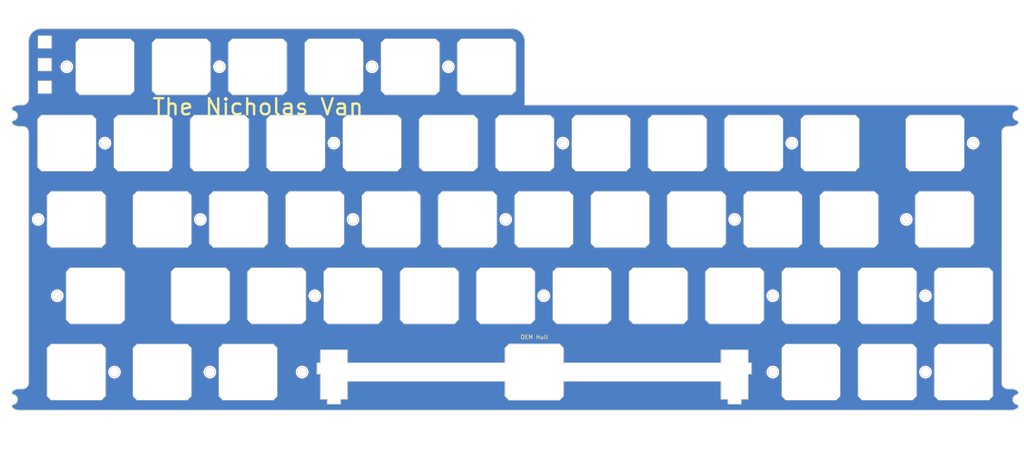
<source format=kicad_pcb>
(kicad_pcb (version 20221018) (generator pcbnew)
  (layers (0 "F.Cu" signal) (31 "B.Cu" signal) (34 "B.Paste" user) (35 "F.Paste" user) (36 "B.SilkS" user "B.Silkscreen") (37 "F.SilkS" user "F.Silkscreen") (38 "B.Mask" user) (39 "F.Mask" user) (44 "Edge.Cuts" user))
  (net 0 "")
  (net 1 "GND")
  (footprint "cipulot_parts:ecs_plate_cut_1U" (layer "F.Cu") (at 242.8875 115.8875)
    (fp_text reference "REF**")
    (fp_text value "Value " hide)
    (fp_line (start -7.3 -6) (end -7.3 6) (stroke (width 0.12)) (layer "Edge.Cuts"))
    (fp_line (start -7.3 6) (end -6.3 7) (stroke (width 0.12)) (layer "Edge.Cuts"))
    (fp_line (start -6.3 -7) (end -7.3 -6) (stroke (width 0.12)) (layer "Edge.Cuts"))
    (fp_line (start -6.3 7) (end 6.3 7) (stroke (width 0.12)) (layer "Edge.Cuts"))
    (fp_line (start 6.3 -7) (end -6.3 -7) (stroke (width 0.12)) (layer "Edge.Cuts"))
    (fp_line (start 6.3 -7) (end 7.3 -6) (stroke (width 0.12)) (layer "Edge.Cuts"))
    (fp_line (start 6.3 7) (end 7.3 6) (stroke (width 0.12)) (layer "Edge.Cuts"))
    (fp_line (start 7.3 6) (end 7.3 -6) (stroke (width 0.12)) (layer "Edge.Cuts"))
  )
  (footprint "cipulot_parts:ecs_plate_cut_1U" (layer "F.Cu") (at 45.24375 115.8875)
    (fp_text reference "REF**")
    (fp_text value "Value " hide)
    (fp_line (start -7.3 -6) (end -7.3 6) (stroke (width 0.12)) (layer "Edge.Cuts"))
    (fp_line (start -7.3 6) (end -6.3 7) (stroke (width 0.12)) (layer "Edge.Cuts"))
    (fp_line (start -6.3 -7) (end -7.3 -6) (stroke (width 0.12)) (layer "Edge.Cuts"))
    (fp_line (start -6.3 7) (end 6.3 7) (stroke (width 0.12)) (layer "Edge.Cuts"))
    (fp_line (start 6.3 -7) (end -6.3 -7) (stroke (width 0.12)) (layer "Edge.Cuts"))
    (fp_line (start 6.3 -7) (end 7.3 -6) (stroke (width 0.12)) (layer "Edge.Cuts"))
    (fp_line (start 6.3 7) (end 7.3 6) (stroke (width 0.12)) (layer "Edge.Cuts"))
    (fp_line (start 7.3 6) (end 7.3 -6) (stroke (width 0.12)) (layer "Edge.Cuts"))
  )
  (footprint "cipulot_parts:HOLE_M2" (layer "F.Cu") (at 161.925 77.7875)
    (fp_text reference "H7" hide)
    (fp_text value "MountingHole" hide)
    (pad "" np_thru_hole circle (at 0 0) (size 2.2 2.2) (drill 2.2) (layers "*.Cu" "*.Mask" "F.SilkS") (clearance 0.5))
  )
  (footprint "cipulot_parts:HOLE_M2" (layer "F.Cu") (at 73.81875 134.9375)
    (fp_text reference "H22" hide)
    (fp_text value "MountingHole" hide)
    (pad "" np_thru_hole circle (at 0 0) (size 2.2 2.2) (drill 2.2) (layers "*.Cu" "*.Mask" "F.SilkS") (clearance 0.5))
  )
  (footprint "cipulot_parts:ecs_plate_cut_1U" (layer "F.Cu") (at 190.5 77.7875)
    (fp_text reference "REF**")
    (fp_text value "Value " hide)
    (fp_line (start -7.3 -6) (end -7.3 6) (stroke (width 0.12)) (layer "Edge.Cuts"))
    (fp_line (start -7.3 6) (end -6.3 7) (stroke (width 0.12)) (layer "Edge.Cuts"))
    (fp_line (start -6.3 -7) (end -7.3 -6) (stroke (width 0.12)) (layer "Edge.Cuts"))
    (fp_line (start -6.3 7) (end 6.3 7) (stroke (width 0.12)) (layer "Edge.Cuts"))
    (fp_line (start 6.3 -7) (end -6.3 -7) (stroke (width 0.12)) (layer "Edge.Cuts"))
    (fp_line (start 6.3 -7) (end 7.3 -6) (stroke (width 0.12)) (layer "Edge.Cuts"))
    (fp_line (start 6.3 7) (end 7.3 6) (stroke (width 0.12)) (layer "Edge.Cuts"))
    (fp_line (start 7.3 6) (end 7.3 -6) (stroke (width 0.12)) (layer "Edge.Cuts"))
  )
  (footprint "cipulot_parts:ecs_plate_cut_1U" (layer "F.Cu") (at 261.9375 134.9375)
    (fp_text reference "REF**")
    (fp_text value "Value " hide)
    (fp_line (start -7.3 -6) (end -7.3 6) (stroke (width 0.12)) (layer "Edge.Cuts"))
    (fp_line (start -7.3 6) (end -6.3 7) (stroke (width 0.12)) (layer "Edge.Cuts"))
    (fp_line (start -6.3 -7) (end -7.3 -6) (stroke (width 0.12)) (layer "Edge.Cuts"))
    (fp_line (start -6.3 7) (end 6.3 7) (stroke (width 0.12)) (layer "Edge.Cuts"))
    (fp_line (start 6.3 -7) (end -6.3 -7) (stroke (width 0.12)) (layer "Edge.Cuts"))
    (fp_line (start 6.3 -7) (end 7.3 -6) (stroke (width 0.12)) (layer "Edge.Cuts"))
    (fp_line (start 6.3 7) (end 7.3 6) (stroke (width 0.12)) (layer "Edge.Cuts"))
    (fp_line (start 7.3 6) (end 7.3 -6) (stroke (width 0.12)) (layer "Edge.Cuts"))
  )
  (footprint "cipulot_parts:HOLE_M2" (layer "F.Cu") (at 252.4125 134.9375)
    (fp_text reference "H26" hide)
    (fp_text value "MountingHole" hide)
    (pad "" np_thru_hole circle (at 0 0) (size 2.2 2.2) (drill 2.2) (layers "*.Cu" "*.Mask" "F.SilkS") (clearance 0.5))
  )
  (footprint "cipulot_parts:HOLE_M2" (layer "F.Cu") (at 147.6375 96.8375)
    (fp_text reference "H13" hide)
    (fp_text value "MountingHole" hide)
    (pad "" np_thru_hole circle (at 0 0) (size 2.2 2.2) (drill 2.2) (layers "*.Cu" "*.Mask" "F.SilkS") (clearance 0.5))
  )
  (footprint "cipulot_parts:HOLE_M2" (layer "F.Cu") (at 219.075 77.7875)
    (fp_text reference "H8" hide)
    (fp_text value "MountingHole" hide)
    (pad "" np_thru_hole circle (at 0 0) (size 2.2 2.2) (drill 2.2) (layers "*.Cu" "*.Mask" "F.SilkS") (clearance 0.5))
  )
  (footprint "cipulot_parts:ecs_plate_cut_1U" (layer "F.Cu") (at 123.825 58.7375)
    (fp_text reference "REF**")
    (fp_text value "Value " hide)
    (fp_line (start -7.3 -6) (end -7.3 6) (stroke (width 0.12)) (layer "Edge.Cuts"))
    (fp_line (start -7.3 6) (end -6.3 7) (stroke (width 0.12)) (layer "Edge.Cuts"))
    (fp_line (start -6.3 -7) (end -7.3 -6) (stroke (width 0.12)) (layer "Edge.Cuts"))
    (fp_line (start -6.3 7) (end 6.3 7) (stroke (width 0.12)) (layer "Edge.Cuts"))
    (fp_line (start 6.3 -7) (end -6.3 -7) (stroke (width 0.12)) (layer "Edge.Cuts"))
    (fp_line (start 6.3 -7) (end 7.3 -6) (stroke (width 0.12)) (layer "Edge.Cuts"))
    (fp_line (start 6.3 7) (end 7.3 6) (stroke (width 0.12)) (layer "Edge.Cuts"))
    (fp_line (start 7.3 6) (end 7.3 -6) (stroke (width 0.12)) (layer "Edge.Cuts"))
  )
  (footprint "cipulot_parts:ecs_plate_cut_1U" (layer "F.Cu") (at 261.9375 115.8875)
    (fp_text reference "REF**")
    (fp_text value "Value " hide)
    (fp_line (start -7.3 -6) (end -7.3 6) (stroke (width 0.12)) (layer "Edge.Cuts"))
    (fp_line (start -7.3 6) (end -6.3 7) (stroke (width 0.12)) (layer "Edge.Cuts"))
    (fp_line (start -6.3 -7) (end -7.3 -6) (stroke (width 0.12)) (layer "Edge.Cuts"))
    (fp_line (start -6.3 7) (end 6.3 7) (stroke (width 0.12)) (layer "Edge.Cuts"))
    (fp_line (start 6.3 -7) (end -6.3 -7) (stroke (width 0.12)) (layer "Edge.Cuts"))
    (fp_line (start 6.3 -7) (end 7.3 -6) (stroke (width 0.12)) (layer "Edge.Cuts"))
    (fp_line (start 6.3 7) (end 7.3 6) (stroke (width 0.12)) (layer "Edge.Cuts"))
    (fp_line (start 7.3 6) (end 7.3 -6) (stroke (width 0.12)) (layer "Edge.Cuts"))
  )
  (footprint "cipulot_parts:ecs_plate_cut_1U" (layer "F.Cu") (at 85.725 58.7375)
    (fp_text reference "REF**")
    (fp_text value "Value " hide)
    (fp_line (start -7.3 -6) (end -7.3 6) (stroke (width 0.12)) (layer "Edge.Cuts"))
    (fp_line (start -7.3 6) (end -6.3 7) (stroke (width 0.12)) (layer "Edge.Cuts"))
    (fp_line (start -6.3 -7) (end -7.3 -6) (stroke (width 0.12)) (layer "Edge.Cuts"))
    (fp_line (start -6.3 7) (end 6.3 7) (stroke (width 0.12)) (layer "Edge.Cuts"))
    (fp_line (start 6.3 -7) (end -6.3 -7) (stroke (width 0.12)) (layer "Edge.Cuts"))
    (fp_line (start 6.3 -7) (end 7.3 -6) (stroke (width 0.12)) (layer "Edge.Cuts"))
    (fp_line (start 6.3 7) (end 7.3 6) (stroke (width 0.12)) (layer "Edge.Cuts"))
    (fp_line (start 7.3 6) (end 7.3 -6) (stroke (width 0.12)) (layer "Edge.Cuts"))
  )
  (footprint "cipulot_parts:ecs_plate_cut_1U" (layer "F.Cu") (at 223.8375 115.8875)
    (fp_text reference "REF**")
    (fp_text value "Value " hide)
    (fp_line (start -7.3 -6) (end -7.3 6) (stroke (width 0.12)) (layer "Edge.Cuts"))
    (fp_line (start -7.3 6) (end -6.3 7) (stroke (width 0.12)) (layer "Edge.Cuts"))
    (fp_line (start -6.3 -7) (end -7.3 -6) (stroke (width 0.12)) (layer "Edge.Cuts"))
    (fp_line (start -6.3 7) (end 6.3 7) (stroke (width 0.12)) (layer "Edge.Cuts"))
    (fp_line (start 6.3 -7) (end -6.3 -7) (stroke (width 0.12)) (layer "Edge.Cuts"))
    (fp_line (start 6.3 -7) (end 7.3 -6) (stroke (width 0.12)) (layer "Edge.Cuts"))
    (fp_line (start 6.3 7) (end 7.3 6) (stroke (width 0.12)) (layer "Edge.Cuts"))
    (fp_line (start 7.3 6) (end 7.3 -6) (stroke (width 0.12)) (layer "Edge.Cuts"))
  )
  (footprint "cipulot_parts:HOLE_M2" (layer "F.Cu") (at 214.3125 115.8875)
    (fp_text reference "H19" hide)
    (fp_text value "MountingHole" hide)
    (pad "" np_thru_hole circle (at 0 0) (size 2.2 2.2) (drill 2.2) (layers "*.Cu" "*.Mask" "F.SilkS") (clearance 0.5))
  )
  (footprint "cipulot_parts:HOLE_M2" (layer "F.Cu") (at 114.3 58.7375)
    (fp_text reference "H3" hide)
    (fp_text value "MountingHole" hide)
    (pad "" np_thru_hole circle (at 0 0) (size 2.2 2.2) (drill 2.2) (layers "*.Cu" "*.Mask" "F.SilkS") (clearance 0.5))
  )
  (footprint "cipulot_parts:HOLE_M2" (layer "F.Cu") (at 157.1625 115.8875)
    (fp_text reference "H18" hide)
    (fp_text value "MountingHole" hide)
    (pad "" np_thru_hole circle (at 0 0) (size 2.2 2.2) (drill 2.2) (layers "*.Cu" "*.Mask" "F.SilkS") (clearance 0.5))
  )
  (footprint "cipulot_parts:HOLE_M2" (layer "F.Cu") (at 35.71875 115.8875)
    (fp_text reference "H16" hide)
    (fp_text value "MountingHole" hide)
    (pad "" np_thru_hole circle (at 0 0) (size 2.2 2.2) (drill 2.2) (layers "*.Cu" "*.Mask" "F.SilkS") (clearance 0.5))
  )
  (footprint "cipulot_parts:HOLE_M2" (layer "F.Cu") (at 214.3125 134.9375)
    (fp_text reference "H25" hide)
    (fp_text value "MountingHole" hide)
    (pad "" np_thru_hole circle (at 0 0) (size 2.2 2.2) (drill 2.2) (layers "*.Cu" "*.Mask" "F.SilkS") (clearance 0.5))
  )
  (footprint "cipulot_parts:HOLE_M2" (layer "F.Cu") (at 38.1 58.7375)
    (fp_text reference "H1" hide)
    (fp_text value "MountingHole" hide)
    (pad "" np_thru_hole circle (at 0 0) (size 2.2 2.2) (drill 2.2) (layers "*.Cu" "*.Mask" "F.SilkS") (clearance 0.5))
  )
  (footprint "cipulot_parts:ecs_plate_cut_1U" (layer "F.Cu") (at 233.3625 96.8375)
    (fp_text reference "REF**")
    (fp_text value "Value " hide)
    (fp_line (start -7.3 -6) (end -7.3 6) (stroke (width 0.12)) (layer "Edge.Cuts"))
    (fp_line (start -7.3 6) (end -6.3 7) (stroke (width 0.12)) (layer "Edge.Cuts"))
    (fp_line (start -6.3 -7) (end -7.3 -6) (stroke (width 0.12)) (layer "Edge.Cuts"))
    (fp_line (start -6.3 7) (end 6.3 7) (stroke (width 0.12)) (layer "Edge.Cuts"))
    (fp_line (start 6.3 -7) (end -6.3 -7) (stroke (width 0.12)) (layer "Edge.Cuts"))
    (fp_line (start 6.3 -7) (end 7.3 -6) (stroke (width 0.12)) (layer "Edge.Cuts"))
    (fp_line (start 6.3 7) (end 7.3 6) (stroke (width 0.12)) (layer "Edge.Cuts"))
    (fp_line (start 7.3 6) (end 7.3 -6) (stroke (width 0.12)) (layer "Edge.Cuts"))
  )
  (footprint "cipulot_parts:ecs_plate_cut_1U" (layer "F.Cu") (at 61.9125 96.8375)
    (fp_text reference "REF**")
    (fp_text value "Value " hide)
    (fp_line (start -7.3 -6) (end -7.3 6) (stroke (width 0.12)) (layer "Edge.Cuts"))
    (fp_line (start -7.3 6) (end -6.3 7) (stroke (width 0.12)) (layer "Edge.Cuts"))
    (fp_line (start -6.3 -7) (end -7.3 -6) (stroke (width 0.12)) (layer "Edge.Cuts"))
    (fp_line (start -6.3 7) (end 6.3 7) (stroke (width 0.12)) (layer "Edge.Cuts"))
    (fp_line (start 6.3 -7) (end -6.3 -7) (stroke (width 0.12)) (layer "Edge.Cuts"))
    (fp_line (start 6.3 -7) (end 7.3 -6) (stroke (width 0.12)) (layer "Edge.Cuts"))
    (fp_line (start 6.3 7) (end 7.3 6) (stroke (width 0.12)) (layer "Edge.Cuts"))
    (fp_line (start 7.3 6) (end 7.3 -6) (stroke (width 0.12)) (layer "Edge.Cuts"))
  )
  (footprint "cipulot_parts:HOLE_M2" (layer "F.Cu") (at 252.4125 115.8875)
    (fp_text reference "H20" hide)
    (fp_text value "MountingHole" hide)
    (pad "" np_thru_hole circle (at 0 0) (size 2.2 2.2) (drill 2.2) (layers "*.Cu" "*.Mask" "F.SilkS") (clearance 0.5))
  )
  (footprint "cipulot_parts:HOLE_M2" (layer "F.Cu") (at 100.0125 115.8875)
    (fp_text reference "H17" hide)
    (fp_text value "MountingHole" hide)
    (pad "" np_thru_hole circle (at 0 0) (size 2.2 2.2) (drill 2.2) (layers "*.Cu" "*.Mask" "F.SilkS") (clearance 0.5))
  )
  (footprint "cipulot_parts:HOLE_M2" (layer "F.Cu") (at 264.31875 77.7875)
    (fp_text reference "H9" hide)
    (fp_text value "MountingHole" hide)
    (pad "" np_thru_hole circle (at 0 0) (size 2.2 2.2) (drill 2.2) (layers "*.Cu" "*.Mask" "F.SilkS") (clearance 0.5))
  )
  (footprint "cipulot_parts:ecs_plate_cut_1U" (layer "F.Cu") (at 242.8875 134.9375)
    (fp_text reference "REF**")
    (fp_text value "Value " hide)
    (fp_line (start -7.3 -6) (end -7.3 6) (stroke (width 0.12)) (layer "Edge.Cuts"))
    (fp_line (start -7.3 6) (end -6.3 7) (stroke (width 0.12)) (layer "Edge.Cuts"))
    (fp_line (start -6.3 -7) (end -7.3 -6) (stroke (width 0.12)) (layer "Edge.Cuts"))
    (fp_line (start -6.3 7) (end 6.3 7) (stroke (width 0.12)) (layer "Edge.Cuts"))
    (fp_line (start 6.3 -7) (end -6.3 -7) (stroke (width 0.12)) (layer "Edge.Cuts"))
    (fp_line (start 6.3 -7) (end 7.3 -6) (stroke (width 0.12)) (layer "Edge.Cuts"))
    (fp_line (start 6.3 7) (end 7.3 6) (stroke (width 0.12)) (layer "Edge.Cuts"))
    (fp_line (start 7.3 6) (end 7.3 -6) (stroke (width 0.12)) (layer "Edge.Cuts"))
  )
  (footprint "cipulot_parts:HOLE_M2" (layer "F.Cu") (at 71.4375 96.8375)
    (fp_text reference "H11" hide)
    (fp_text value "MountingHole" hide)
    (pad "" np_thru_hole circle (at 0 0) (size 2.2 2.2) (drill 2.2) (layers "*.Cu" "*.Mask" "F.SilkS") (clearance 0.5))
  )
  (footprint "cipulot_parts:ecs_plate_cut_1U" (layer "F.Cu") (at 95.25 77.7875)
    (fp_text reference "REF**")
    (fp_text value "Value " hide)
    (fp_line (start -7.3 -6) (end -7.3 6) (stroke (width 0.12)) (layer "Edge.Cuts"))
    (fp_line (start -7.3 6) (end -6.3 7) (stroke (width 0.12)) (layer "Edge.Cuts"))
    (fp_line (start -6.3 -7) (end -7.3 -6) (stroke (width 0.12)) (layer "Edge.Cuts"))
    (fp_line (start -6.3 7) (end 6.3 7) (stroke (width 0.12)) (layer "Edge.Cuts"))
    (fp_line (start 6.3 -7) (end -6.3 -7) (stroke (width 0.12)) (layer "Edge.Cuts"))
    (fp_line (start 6.3 -7) (end 7.3 -6) (stroke (width 0.12)) (layer "Edge.Cuts"))
    (fp_line (start 6.3 7) (end 7.3 6) (stroke (width 0.12)) (layer "Edge.Cuts"))
    (fp_line (start 7.3 6) (end 7.3 -6) (stroke (width 0.12)) (layer "Edge.Cuts"))
  )
  (footprint "cipulot_parts:HOLE_M2" (layer "F.Cu") (at 76.2 58.7375)
    (fp_text reference "H2" hide)
    (fp_text value "MountingHole" hide)
    (pad "" np_thru_hole circle (at 0 0) (size 2.2 2.2) (drill 2.2) (layers "*.Cu" "*.Mask" "F.SilkS") (clearance 0.5))
  )
  (footprint "cipulot_parts:ecs_plate_cut_1U" (layer "F.Cu") (at 157.1625 96.8375)
    (fp_text reference "REF**")
    (fp_text value "Value " hide)
    (fp_line (start -7.3 -6) (end -7.3 6) (stroke (width 0.12)) (layer "Edge.Cuts"))
    (fp_line (start -7.3 6) (end -6.3 7) (stroke (width 0.12)) (layer "Edge.Cuts"))
    (fp_line (start -6.3 -7) (end -7.3 -6) (stroke (width 0.12)) (layer "Edge.Cuts"))
    (fp_line (start -6.3 7) (end 6.3 7) (stroke (width 0.12)) (layer "Edge.Cuts"))
    (fp_line (start 6.3 -7) (end -6.3 -7) (stroke (width 0.12)) (layer "Edge.Cuts"))
    (fp_line (start 6.3 -7) (end 7.3 -6) (stroke (width 0.12)) (layer "Edge.Cuts"))
    (fp_line (start 6.3 7) (end 7.3 6) (stroke (width 0.12)) (layer "Edge.Cuts"))
    (fp_line (start 7.3 6) (end 7.3 -6) (stroke (width 0.12)) (layer "Edge.Cuts"))
  )
  (footprint "cipulot_parts:ecs_plate_cut_1U" (layer "F.Cu") (at 109.5375 115.8875)
    (fp_text reference "REF**")
    (fp_text value "Value " hide)
    (fp_line (start -7.3 -6) (end -7.3 6) (stroke (width 0.12)) (layer "Edge.Cuts"))
    (fp_line (start -7.3 6) (end -6.3 7) (stroke (width 0.12)) (layer "Edge.Cuts"))
    (fp_line (start -6.3 -7) (end -7.3 -6) (stroke (width 0.12)) (layer "Edge.Cuts"))
    (fp_line (start -6.3 7) (end 6.3 7) (stroke (width 0.12)) (layer "Edge.Cuts"))
    (fp_line (start 6.3 -7) (end -6.3 -7) (stroke (width 0.12)) (layer "Edge.Cuts"))
    (fp_line (start 6.3 -7) (end 7.3 -6) (stroke (width 0.12)) (layer "Edge.Cuts"))
    (fp_line (start 6.3 7) (end 7.3 6) (stroke (width 0.12)) (layer "Edge.Cuts"))
    (fp_line (start 7.3 6) (end 7.3 -6) (stroke (width 0.12)) (layer "Edge.Cuts"))
  )
  (footprint "cipulot_parts:ecs_plate_cut_1U" (layer "F.Cu") (at 176.2125 96.8375)
    (fp_text reference "REF**")
    (fp_text value "Value " hide)
    (fp_line (start -7.3 -6) (end -7.3 6) (stroke (width 0.12)) (layer "Edge.Cuts"))
    (fp_line (start -7.3 6) (end -6.3 7) (stroke (width 0.12)) (layer "Edge.Cuts"))
    (fp_line (start -6.3 -7) (end -7.3 -6) (stroke (width 0.12)) (layer "Edge.Cuts"))
    (fp_line (start -6.3 7) (end 6.3 7) (stroke (width 0.12)) (layer "Edge.Cuts"))
    (fp_line (start 6.3 -7) (end -6.3 -7) (stroke (width 0.12)) (layer "Edge.Cuts"))
    (fp_line (start 6.3 -7) (end 7.3 -6) (stroke (width 0.12)) (layer "Edge.Cuts"))
    (fp_line (start 6.3 7) (end 7.3 6) (stroke (width 0.12)) (layer "Edge.Cuts"))
    (fp_line (start 7.3 6) (end 7.3 -6) (stroke (width 0.12)) (layer "Edge.Cuts"))
  )
  (footprint "cipulot_parts:ecs_plate_cut_1U" (layer "F.Cu") (at 76.2 77.7875)
    (fp_text reference "REF**")
    (fp_text value "Value " hide)
    (fp_line (start -7.3 -6) (end -7.3 6) (stroke (width 0.12)) (layer "Edge.Cuts"))
    (fp_line (start -7.3 6) (end -6.3 7) (stroke (width 0.12)) (layer "Edge.Cuts"))
    (fp_line (start -6.3 -7) (end -7.3 -6) (stroke (width 0.12)) (layer "Edge.Cuts"))
    (fp_line (start -6.3 7) (end 6.3 7) (stroke (width 0.12)) (layer "Edge.Cuts"))
    (fp_line (start 6.3 -7) (end -6.3 -7) (stroke (width 0.12)) (layer "Edge.Cuts"))
    (fp_line (start 6.3 -7) (end 7.3 -6) (stroke (width 0.12)) (layer "Edge.Cuts"))
    (fp_line (start 6.3 7) (end 7.3 6) (stroke (width 0.12)) (layer "Edge.Cuts"))
    (fp_line (start 7.3 6) (end 7.3 -6) (stroke (width 0.12)) (layer "Edge.Cuts"))
  )
  (footprint "cipulot_parts:ecs_plate_cut_1U" (layer "F.Cu") (at 66.675 58.7375)
    (fp_text reference "REF**")
    (fp_text value "Value " hide)
    (fp_line (start -7.3 -6) (end -7.3 6) (stroke (width 0.12)) (layer "Edge.Cuts"))
    (fp_line (start -7.3 6) (end -6.3 7) (stroke (width 0.12)) (layer "Edge.Cuts"))
    (fp_line (start -6.3 -7) (end -7.3 -6) (stroke (width 0.12)) (layer "Edge.Cuts"))
    (fp_line (start -6.3 7) (end 6.3 7) (stroke (width 0.12)) (layer "Edge.Cuts"))
    (fp_line (start 6.3 -7) (end -6.3 -7) (stroke (width 0.12)) (layer "Edge.Cuts"))
    (fp_line (start 6.3 -7) (end 7.3 -6) (stroke (width 0.12)) (layer "Edge.Cuts"))
    (fp_line (start 6.3 7) (end 7.3 6) (stroke (width 0.12)) (layer "Edge.Cuts"))
    (fp_line (start 7.3 6) (end 7.3 -6) (stroke (width 0.12)) (layer "Edge.Cuts"))
  )
  (footprint "cipulot_parts:ecs_plate_cut_1U" (layer "F.Cu") (at 128.5875 115.8875)
    (fp_text reference "REF**")
    (fp_text value "Value " hide)
    (fp_line (start -7.3 -6) (end -7.3 6) (stroke (width 0.12)) (layer "Edge.Cuts"))
    (fp_line (start -7.3 6) (end -6.3 7) (stroke (width 0.12)) (layer "Edge.Cuts"))
    (fp_line (start -6.3 -7) (end -7.3 -6) (stroke (width 0.12)) (layer "Edge.Cuts"))
    (fp_line (start -6.3 7) (end 6.3 7) (stroke (width 0.12)) (layer "Edge.Cuts"))
    (fp_line (start 6.3 -7) (end -6.3 -7) (stroke (width 0.12)) (layer "Edge.Cuts"))
    (fp_line (start 6.3 -7) (end 7.3 -6) (stroke (width 0.12)) (layer "Edge.Cuts"))
    (fp_line (start 6.3 7) (end 7.3 6) (stroke (width 0.12)) (layer "Edge.Cuts"))
    (fp_line (start 7.3 6) (end 7.3 -6) (stroke (width 0.12)) (layer "Edge.Cuts"))
  )
  (footprint "cipulot_parts:ecs_plate_cut_1U" (layer "F.Cu") (at 40.48125 134.9375)
    (fp_text reference "REF**")
    (fp_text value "Value " hide)
    (fp_line (start -7.3 -6) (end -7.3 6) (stroke (width 0.12)) (layer "Edge.Cuts"))
    (fp_line (start -7.3 6) (end -6.3 7) (stroke (width 0.12)) (layer "Edge.Cuts"))
    (fp_line (start -6.3 -7) (end -7.3 -6) (stroke (width 0.12)) (layer "Edge.Cuts"))
    (fp_line (start -6.3 7) (end 6.3 7) (stroke (width 0.12)) (layer "Edge.Cuts"))
    (fp_line (start 6.3 -7) (end -6.3 -7) (stroke (width 0.12)) (layer "Edge.Cuts"))
    (fp_line (start 6.3 -7) (end 7.3 -6) (stroke (width 0.12)) (layer "Edge.Cuts"))
    (fp_line (start 6.3 7) (end 7.3 6) (stroke (width 0.12)) (layer "Edge.Cuts"))
    (fp_line (start 7.3 6) (end 7.3 -6) (stroke (width 0.12)) (layer "Edge.Cuts"))
  )
  (footprint "cipulot_parts:HOLE_M2" (layer "F.Cu") (at 30.95625 96.8375)
    (fp_text reference "H10" hide)
    (fp_text value "MountingHole" hide)
    (pad "" np_thru_hole circle (at 0 0) (size 2.2 2.2) (drill 2.2) (layers "*.Cu" "*.Mask" "F.SilkS") (clearance 0.5))
  )
  (footprint "cipulot_parts:ecs_plate_cut_1U" (layer "F.Cu") (at 57.15 77.7875)
    (fp_text reference "REF**")
    (fp_text value "Value " hide)
    (fp_line (start -7.3 -6) (end -7.3 6) (stroke (width 0.12)) (layer "Edge.Cuts"))
    (fp_line (start -7.3 6) (end -6.3 7) (stroke (width 0.12)) (layer "Edge.Cuts"))
    (fp_line (start -6.3 -7) (end -7.3 -6) (stroke (width 0.12)) (layer "Edge.Cuts"))
    (fp_line (start -6.3 7) (end 6.3 7) (stroke (width 0.12)) (layer "Edge.Cuts"))
    (fp_line (start 6.3 -7) (end -6.3 -7) (stroke (width 0.12)) (layer "Edge.Cuts"))
    (fp_line (start 6.3 -7) (end 7.3 -6) (stroke (width 0.12)) (layer "Edge.Cuts"))
    (fp_line (start 6.3 7) (end 7.3 6) (stroke (width 0.12)) (layer "Edge.Cuts"))
    (fp_line (start 7.3 6) (end 7.3 -6) (stroke (width 0.12)) (layer "Edge.Cuts"))
  )
  (footprint "cipulot_parts:ecs_plate_cut_1U" (layer "F.Cu") (at 47.625 58.7375)
    (fp_text reference "REF**")
    (fp_text value "Value " hide)
    (fp_line (start -7.3 -6) (end -7.3 6) (stroke (width 0.12)) (layer "Edge.Cuts"))
    (fp_line (start -7.3 6) (end -6.3 7) (stroke (width 0.12)) (layer "Edge.Cuts"))
    (fp_line (start -6.3 -7) (end -7.3 -6) (stroke (width 0.12)) (layer "Edge.Cuts"))
    (fp_line (start -6.3 7) (end 6.3 7) (stroke (width 0.12)) (layer "Edge.Cuts"))
    (fp_line (start 6.3 -7) (end -6.3 -7) (stroke (width 0.12)) (layer "Edge.Cuts"))
    (fp_line (start 6.3 -7) (end 7.3 -6) (stroke (width 0.12)) (layer "Edge.Cuts"))
    (fp_line (start 6.3 7) (end 7.3 6) (stroke (width 0.12)) (layer "Edge.Cuts"))
    (fp_line (start 7.3 6) (end 7.3 -6) (stroke (width 0.12)) (layer "Edge.Cuts"))
  )
  (footprint "cipulot_parts:ecs_plate_cut_1U" (layer "F.Cu") (at 40.48125 96.8375)
    (fp_text reference "REF**")
    (fp_text value "Value " hide)
    (fp_line (start -7.3 -6) (end -7.3 6) (stroke (width 0.12)) (layer "Edge.Cuts"))
    (fp_line (start -7.3 6) (end -6.3 7) (stroke (width 0.12)) (layer "Edge.Cuts"))
    (fp_line (start -6.3 -7) (end -7.3 -6) (stroke (width 0.12)) (layer "Edge.Cuts"))
    (fp_line (start -6.3 7) (end 6.3 7) (stroke (width 0.12)) (layer "Edge.Cuts"))
    (fp_line (start 6.3 -7) (end -6.3 -7) (stroke (width 0.12)) (layer "Edge.Cuts"))
    (fp_line (start 6.3 -7) (end 7.3 -6) (stroke (width 0.12)) (layer "Edge.Cuts"))
    (fp_line (start 6.3 7) (end 7.3 6) (stroke (width 0.12)) (layer "Edge.Cuts"))
    (fp_line (start 7.3 6) (end 7.3 -6) (stroke (width 0.12)) (layer "Edge.Cuts"))
  )
  (footprint "cipulot_parts:ecs_plate_cut_1U" (layer "F.Cu") (at 171.45 77.7875)
    (fp_text reference "REF**")
    (fp_text value "Value " hide)
    (fp_line (start -7.3 -6) (end -7.3 6) (stroke (width 0.12)) (layer "Edge.Cuts"))
    (fp_line (start -7.3 6) (end -6.3 7) (stroke (width 0.12)) (layer "Edge.Cuts"))
    (fp_line (start -6.3 -7) (end -7.3 -6) (stroke (width 0.12)) (layer "Edge.Cuts"))
    (fp_line (start -6.3 7) (end 6.3 7) (stroke (width 0.12)) (layer "Edge.Cuts"))
    (fp_line (start 6.3 -7) (end -6.3 -7) (stroke (width 0.12)) (layer "Edge.Cuts"))
    (fp_line (start 6.3 -7) (end 7.3 -6) (stroke (width 0.12)) (layer "Edge.Cuts"))
    (fp_line (start 6.3 7) (end 7.3 6) (stroke (width 0.12)) (layer "Edge.Cuts"))
    (fp_line (start 7.3 6) (end 7.3 -6) (stroke (width 0.12)) (layer "Edge.Cuts"))
  )
  (footprint "cipulot_parts:ecs_plate_cut_1U" (layer "F.Cu") (at 100.0125 96.8375)
    (fp_text reference "REF**")
    (fp_text value "Value " hide)
    (fp_line (start -7.3 -6) (end -7.3 6) (stroke (width 0.12)) (layer "Edge.Cuts"))
    (fp_line (start -7.3 6) (end -6.3 7) (stroke (width 0.12)) (layer "Edge.Cuts"))
    (fp_line (start -6.3 -7) (end -7.3 -6) (stroke (width 0.12)) (layer "Edge.Cuts"))
    (fp_line (start -6.3 7) (end 6.3 7) (stroke (width 0.12)) (layer "Edge.Cuts"))
    (fp_line (start 6.3 -7) (end -6.3 -7) (stroke (width 0.12)) (layer "Edge.Cuts"))
    (fp_line (start 6.3 -7) (end 7.3 -6) (stroke (width 0.12)) (layer "Edge.Cuts"))
    (fp_line (start 6.3 7) (end 7.3 6) (stroke (width 0.12)) (layer "Edge.Cuts"))
    (fp_line (start 7.3 6) (end 7.3 -6) (stroke (width 0.12)) (layer "Edge.Cuts"))
  )
  (footprint "cipulot_parts:HOLE_M2" (layer "F.Cu") (at 204.7875 96.8375)
    (fp_text reference "H14" hide)
    (fp_text value "MountingHole" hide)
    (pad "" np_thru_hole circle (at 0 0) (size 2.2 2.2) (drill 2.2) (layers "*.Cu" "*.Mask" "F.SilkS") (clearance 0.5))
  )
  (footprint "cipulot_parts:ecs_plate_cut_1U" (layer "F.Cu") (at 114.3 77.7875)
    (fp_text reference "REF**")
    (fp_text value "Value " hide)
    (fp_line (start -7.3 -6) (end -7.3 6) (stroke (width 0.12)) (layer "Edge.Cuts"))
    (fp_line (start -7.3 6) (end -6.3 7) (stroke (width 0.12)) (layer "Edge.Cuts"))
    (fp_line (start -6.3 -7) (end -7.3 -6) (stroke (width 0.12)) (layer "Edge.Cuts"))
    (fp_line (start -6.3 7) (end 6.3 7) (stroke (width 0.12)) (layer "Edge.Cuts"))
    (fp_line (start 6.3 -7) (end -6.3 -7) (stroke (width 0.12)) (layer "Edge.Cuts"))
    (fp_line (start 6.3 -7) (end 7.3 -6) (stroke (width 0.12)) (layer "Edge.Cuts"))
    (fp_line (start 6.3 7) (end 7.3 6) (stroke (width 0.12)) (layer "Edge.Cuts"))
    (fp_line (start 7.3 6) (end 7.3 -6) (stroke (width 0.12)) (layer "Edge.Cuts"))
  )
  (footprint "cipulot_parts:ecs_plate_cut_1U" (layer "F.Cu") (at 204.7875 115.8875)
    (fp_text reference "REF**")
    (fp_text value "Value " hide)
    (fp_line (start -7.3 -6) (end -7.3 6) (stroke (width 0.12)) (layer "Edge.Cuts"))
    (fp_line (start -7.3 6) (end -6.3 7) (stroke (width 0.12)) (layer "Edge.Cuts"))
    (fp_line (start -6.3 -7) (end -7.3 -6) (stroke (width 0.12)) (layer "Edge.Cuts"))
    (fp_line (start -6.3 7) (end 6.3 7) (stroke (width 0.12)) (layer "Edge.Cuts"))
    (fp_line (start 6.3 -7) (end -6.3 -7) (stroke (width 0.12)) (layer "Edge.Cuts"))
    (fp_line (start 6.3 -7) (end 7.3 -6) (stroke (width 0.12)) (layer "Edge.Cuts"))
    (fp_line (start 6.3 7) (end 7.3 6) (stroke (width 0.12)) (layer "Edge.Cuts"))
    (fp_line (start 7.3 6) (end 7.3 -6) (stroke (width 0.12)) (layer "Edge.Cuts"))
  )
  (footprint "cipulot_parts:ecs_plate_cut_1U" (layer "F.Cu") (at 80.9625 96.8375)
    (fp_text reference "REF**")
    (fp_text value "Value " hide)
    (fp_line (start -7.3 -6) (end -7.3 6) (stroke (width 0.12)) (layer "Edge.Cuts"))
    (fp_line (start -7.3 6) (end -6.3 7) (stroke (width 0.12)) (layer "Edge.Cuts"))
    (fp_line (start -6.3 -7) (end -7.3 -6) (stroke (width 0.12)) (layer "Edge.Cuts"))
    (fp_line (start -6.3 7) (end 6.3 7) (stroke (width 0.12)) (layer "Edge.Cuts"))
    (fp_line (start 6.3 -7) (end -6.3 -7) (stroke (width 0.12)) (layer "Edge.Cuts"))
    (fp_line (start 6.3 -7) (end 7.3 -6) (stroke (width 0.12)) (layer "Edge.Cuts"))
    (fp_line (start 6.3 7) (end 7.3 6) (stroke (width 0.12)) (layer "Edge.Cuts"))
    (fp_line (start 7.3 6) (end 7.3 -6) (stroke (width 0.12)) (layer "Edge.Cuts"))
  )
  (footprint "cipulot_parts:ecs_plate_cut_1U" (layer "F.Cu") (at 83.34375 134.9375)
    (fp_text reference "REF**")
    (fp_text value "Value " hide)
    (fp_line (start -7.3 -6) (end -7.3 6) (stroke (width 0.12)) (layer "Edge.Cuts"))
    (fp_line (start -7.3 6) (end -6.3 7) (stroke (width 0.12)) (layer "Edge.Cuts"))
    (fp_line (start -6.3 -7) (end -7.3 -6) (stroke (width 0.12)) (layer "Edge.Cuts"))
    (fp_line (start -6.3 7) (end 6.3 7) (stroke (width 0.12)) (layer "Edge.Cuts"))
    (fp_line (start 6.3 -7) (end -6.3 -7) (stroke (width 0.12)) (layer "Edge.Cuts"))
    (fp_line (start 6.3 -7) (end 7.3 -6) (stroke (width 0.12)) (layer "Edge.Cuts"))
    (fp_line (start 6.3 7) (end 7.3 6) (stroke (width 0.12)) (layer "Edge.Cuts"))
    (fp_line (start 7.3 6) (end 7.3 -6) (stroke (width 0.12)) (layer "Edge.Cuts"))
  )
  (footprint "cipulot_parts:ecs_plate_cut_1U" (layer "F.Cu") (at 214.3125 96.8375)
    (fp_text reference "REF**")
    (fp_text value "Value " hide)
    (fp_line (start -7.3 -6) (end -7.3 6) (stroke (width 0.12)) (layer "Edge.Cuts"))
    (fp_line (start -7.3 6) (end -6.3 7) (stroke (width 0.12)) (layer "Edge.Cuts"))
    (fp_line (start -6.3 -7) (end -7.3 -6) (stroke (width 0.12)) (layer "Edge.Cuts"))
    (fp_line (start -6.3 7) (end 6.3 7) (stroke (width 0.12)) (layer "Edge.Cuts"))
    (fp_line (start 6.3 -7) (end -6.3 -7) (stroke (width 0.12)) (layer "Edge.Cuts"))
    (fp_line (start 6.3 -7) (end 7.3 -6) (stroke (width 0.12)) (layer "Edge.Cuts"))
    (fp_line (start 6.3 7) (end 7.3 6) (stroke (width 0.12)) (layer "Edge.Cuts"))
    (fp_line (start 7.3 6) (end 7.3 -6) (stroke (width 0.12)) (layer "Edge.Cuts"))
  )
  (footprint "cipulot_parts:ecs_plate_cut_1U" (layer "F.Cu") (at 38.1 77.7875)
    (fp_text reference "REF**")
    (fp_text value "Value " hide)
    (fp_line (start -7.3 -6) (end -7.3 6) (stroke (width 0.12)) (layer "Edge.Cuts"))
    (fp_line (start -7.3 6) (end -6.3 7) (stroke (width 0.12)) (layer "Edge.Cuts"))
    (fp_line (start -6.3 -7) (end -7.3 -6) (stroke (width 0.12)) (layer "Edge.Cuts"))
    (fp_line (start -6.3 7) (end 6.3 7) (stroke (width 0.12)) (layer "Edge.Cuts"))
    (fp_line (start 6.3 -7) (end -6.3 -7) (stroke (width 0.12)) (layer "Edge.Cuts"))
    (fp_line (start 6.3 -7) (end 7.3 -6) (stroke (width 0.12)) (layer "Edge.Cuts"))
    (fp_line (start 6.3 7) (end 7.3 6) (stroke (width 0.12)) (layer "Edge.Cuts"))
    (fp_line (start 7.3 6) (end 7.3 -6) (stroke (width 0.12)) (layer "Edge.Cuts"))
  )
  (footprint "cipulot_parts:ecs_plate_cut_1U" (layer "F.Cu") (at 138.1125 96.8375)
    (fp_text reference "REF**")
    (fp_text value "Value " hide)
    (fp_line (start -7.3 -6) (end -7.3 6) (stroke (width 0.12)) (layer "Edge.Cuts"))
    (fp_line (start -7.3 6) (end -6.3 7) (stroke (width 0.12)) (layer "Edge.Cuts"))
    (fp_line (start -6.3 -7) (end -7.3 -6) (stroke (width 0.12)) (layer "Edge.Cuts"))
    (fp_line (start -6.3 7) (end 6.3 7) (stroke (width 0.12)) (layer "Edge.Cuts"))
    (fp_line (start 6.3 -7) (end -6.3 -7) (stroke (width 0.12)) (layer "Edge.Cuts"))
    (fp_line (start 6.3 -7) (end 7.3 -6) (stroke (width 0.12)) (layer "Edge.Cuts"))
    (fp_line (start 6.3 7) (end 7.3 6) (stroke (width 0.12)) (layer "Edge.Cuts"))
    (fp_line (start 7.3 6) (end 7.3 -6) (stroke (width 0.12)) (layer "Edge.Cuts"))
  )
  (footprint "cipulot_parts:HOLE_M2" (layer "F.Cu") (at 50.00625 134.9375)
    (fp_text reference "H21" hide)
    (fp_text value "MountingHole" hide)
    (pad "" np_thru_hole circle (at 0 0) (size 2.2 2.2) (drill 2.2) (layers "*.Cu" "*.Mask" "F.SilkS") (clearance 0.5))
  )
  (footprint "cipulot_parts:ecs_plate_cut_1U" (layer "F.Cu") (at 254.79375 77.7875)
    (fp_text reference "REF**")
    (fp_text value "Value " hide)
    (fp_line (start -7.3 -6) (end -7.3 6) (stroke (width 0.12)) (layer "Edge.Cuts"))
    (fp_line (start -7.3 6) (end -6.3 7) (stroke (width 0.12)) (layer "Edge.Cuts"))
    (fp_line (start -6.3 -7) (end -7.3 -6) (stroke (width 0.12)) (layer "Edge.Cuts"))
    (fp_line (start -6.3 7) (end 6.3 7) (stroke (width 0.12)) (layer "Edge.Cuts"))
    (fp_line (start 6.3 -7) (end -6.3 -7) (stroke (width 0.12)) (layer "Edge.Cuts"))
    (fp_line (start 6.3 -7) (end 7.3 -6) (stroke (width 0.12)) (layer "Edge.Cuts"))
    (fp_line (start 6.3 7) (end 7.3 6) (stroke (width 0.12)) (layer "Edge.Cuts"))
    (fp_line (start 7.3 6) (end 7.3 -6) (stroke (width 0.12)) (layer "Edge.Cuts"))
  )
  (footprint "cipulot_parts:ecs_plate_cut_1U" (layer "F.Cu") (at 223.8375 134.9375)
    (fp_text reference "REF**")
    (fp_text value "Value " hide)
    (fp_line (start -7.3 -6) (end -7.3 6) (stroke (width 0.12)) (layer "Edge.Cuts"))
    (fp_line (start -7.3 6) (end -6.3 7) (stroke (width 0.12)) (layer "Edge.Cuts"))
    (fp_line (start -6.3 -7) (end -7.3 -6) (stroke (width 0.12)) (layer "Edge.Cuts"))
    (fp_line (start -6.3 7) (end 6.3 7) (stroke (width 0.12)) (layer "Edge.Cuts"))
    (fp_line (start 6.3 -7) (end -6.3 -7) (stroke (width 0.12)) (layer "Edge.Cuts"))
    (fp_line (start 6.3 -7) (end 7.3 -6) (stroke (width 0.12)) (layer "Edge.Cuts"))
    (fp_line (start 6.3 7) (end 7.3 6) (stroke (width 0.12)) (layer "Edge.Cuts"))
    (fp_line (start 7.3 6) (end 7.3 -6) (stroke (width 0.12)) (layer "Edge.Cuts"))
  )
  (footprint "cipulot_parts:ecs_plate_cut_1U" (layer "F.Cu") (at 209.55 77.7875)
    (fp_text reference "REF**")
    (fp_text value "Value " hide)
    (fp_line (start -7.3 -6) (end -7.3 6) (stroke (width 0.12)) (layer "Edge.Cuts"))
    (fp_line (start -7.3 6) (end -6.3 7) (stroke (width 0.12)) (layer "Edge.Cuts"))
    (fp_line (start -6.3 -7) (end -7.3 -6) (stroke (width 0.12)) (layer "Edge.Cuts"))
    (fp_line (start -6.3 7) (end 6.3 7) (stroke (width 0.12)) (layer "Edge.Cuts"))
    (fp_line (start 6.3 -7) (end -6.3 -7) (stroke (width 0.12)) (layer "Edge.Cuts"))
    (fp_line (start 6.3 -7) (end 7.3 -6) (stroke (width 0.12)) (layer "Edge.Cuts"))
    (fp_line (start 6.3 7) (end 7.3 6) (stroke (width 0.12)) (layer "Edge.Cuts"))
    (fp_line (start 7.3 6) (end 7.3 -6) (stroke (width 0.12)) (layer "Edge.Cuts"))
  )
  (footprint "cipulot_parts:HOLE_M2" (layer "F.Cu") (at 47.625 77.7875)
    (fp_text reference "H5" hide)
    (fp_text value "MountingHole" hide)
    (pad "" np_thru_hole circle (at 0 0) (size 2.2 2.2) (drill 2.2) (layers "*.Cu" "*.Mask" "F.SilkS") (clearance 0.5))
  )
  (footprint "cipulot_parts:ecs_plate_cut_1U" (layer "F.Cu") (at 195.2625 96.8375)
    (fp_text reference "REF**")
    (fp_text value "Value " hide)
    (fp_line (start -7.3 -6) (end -7.3 6) (stroke (width 0.12)) (layer "Edge.Cuts"))
    (fp_line (start -7.3 6) (end -6.3 7) (stroke (width 0.12)) (layer "Edge.Cuts"))
    (fp_line (start -6.3 -7) (end -7.3 -6) (stroke (width 0.12)) (layer "Edge.Cuts"))
    (fp_line (start -6.3 7) (end 6.3 7) (stroke (width 0.12)) (layer "Edge.Cuts"))
    (fp_line (start 6.3 -7) (end -6.3 -7) (stroke (width 0.12)) (layer "Edge.Cuts"))
    (fp_line (start 6.3 -7) (end 7.3 -6) (stroke (width 0.12)) (layer "Edge.Cuts"))
    (fp_line (start 6.3 7) (end 7.3 6) (stroke (width 0.12)) (layer "Edge.Cuts"))
    (fp_line (start 7.3 6) (end 7.3 -6) (stroke (width 0.12)) (layer "Edge.Cuts"))
  )
  (footprint "cipulot_parts:HOLE_M2" (layer "F.Cu") (at 96.8375 134.9375)
    (fp_text reference "H23" hide)
    (fp_text value "MountingHole" hide)
    (pad "" np_thru_hole circle (at 0 0) (size 2.2 2.2) (drill 2.2) (layers "*.Cu" "*.Mask" "F.SilkS") (clearance 0.5))
  )
  (footprint "cipulot_parts:ecs_plate_cut_1U" (layer "F.Cu") (at 185.7375 115.8875)
    (fp_text reference "REF**")
    (fp_text value "Value " hide)
    (fp_line (start -7.3 -6) (end -7.3 6) (stroke (width 0.12)) (layer "Edge.Cuts"))
    (fp_line (start -7.3 6) (end -6.3 7) (stroke (width 0.12)) (layer "Edge.Cuts"))
    (fp_line (start -6.3 -7) (end -7.3 -6) (stroke (width 0.12)) (layer "Edge.Cuts"))
    (fp_line (start -6.3 7) (end 6.3 7) (stroke (width 0.12)) (layer "Edge.Cuts"))
    (fp_line (start 6.3 -7) (end -6.3 -7) (stroke (width 0.12)) (layer "Edge.Cuts"))
    (fp_line (start 6.3 -7) (end 7.3 -6) (stroke (width 0.12)) (layer "Edge.Cuts"))
    (fp_line (start 6.3 7) (end 7.3 6) (stroke (width 0.12)) (layer "Edge.Cuts"))
    (fp_line (start 7.3 6) (end 7.3 -6) (stroke (width 0.12)) (layer "Edge.Cuts"))
  )
  (footprint "cipulot_parts:ecs_plate_cut_1U" (layer "F.Cu") (at 61.9125 134.9375)
    (fp_text reference "REF**")
    (fp_text value "Value " hide)
    (fp_line (start -7.3 -6) (end -7.3 6) (stroke (width 0.12)) (layer "Edge.Cuts"))
    (fp_line (start -7.3 6) (end -6.3 7) (stroke (width 0.12)) (layer "Edge.Cuts"))
    (fp_line (start -6.3 -7) (end -7.3 -6) (stroke (width 0.12)) (layer "Edge.Cuts"))
    (fp_line (start -6.3 7) (end 6.3 7) (stroke (width 0.12)) (layer "Edge.Cuts"))
    (fp_line (start 6.3 -7) (end -6.3 -7) (stroke (width 0.12)) (layer "Edge.Cuts"))
    (fp_line (start 6.3 -7) (end 7.3 -6) (stroke (width 0.12)) (layer "Edge.Cuts"))
    (fp_line (start 6.3 7) (end 7.3 6) (stroke (width 0.12)) (layer "Edge.Cuts"))
    (fp_line (start 7.3 6) (end 7.3 -6) (stroke (width 0.12)) (layer "Edge.Cuts"))
  )
  (footprint "cipulot_parts:ecs_plate_cut_1U" (layer "F.Cu") (at 147.6375 115.8875)
    (fp_text reference "REF**")
    (fp_text value "Value " hide)
    (fp_line (start -7.3 -6) (end -7.3 6) (stroke (width 0.12)) (layer "Edge.Cuts"))
    (fp_line (start -7.3 6) (end -6.3 7) (stroke (width 0.12)) (layer "Edge.Cuts"))
    (fp_line (start -6.3 -7) (end -7.3 -6) (stroke (width 0.12)) (layer "Edge.Cuts"))
    (fp_line (start -6.3 7) (end 6.3 7) (stroke (width 0.12)) (layer "Edge.Cuts"))
    (fp_line (start 6.3 -7) (end -6.3 -7) (stroke (width 0.12)) (layer "Edge.Cuts"))
    (fp_line (start 6.3 -7) (end 7.3 -6) (stroke (width 0.12)) (layer "Edge.Cuts"))
    (fp_line (start 6.3 7) (end 7.3 6) (stroke (width 0.12)) (layer "Edge.Cuts"))
    (fp_line (start 7.3 6) (end 7.3 -6) (stroke (width 0.12)) (layer "Edge.Cuts"))
  )
  (footprint "cipulot_parts:ecs_plate_cut_1U" (layer "F.Cu") (at 119.0625 96.8375)
    (fp_text reference "REF**")
    (fp_text value "Value " hide)
    (fp_line (start -7.3 -6) (end -7.3 6) (stroke (width 0.12)) (layer "Edge.Cuts"))
    (fp_line (start -7.3 6) (end -6.3 7) (stroke (width 0.12)) (layer "Edge.Cuts"))
    (fp_line (start -6.3 -7) (end -7.3 -6) (stroke (width 0.12)) (layer "Edge.Cuts"))
    (fp_line (start -6.3 7) (end 6.3 7) (stroke (width 0.12)) (layer "Edge.Cuts"))
    (fp_line (start 6.3 -7) (end -6.3 -7) (stroke (width 0.12)) (layer "Edge.Cuts"))
    (fp_line (start 6.3 -7) (end 7.3 -6) (stroke (width 0.12)) (layer "Edge.Cuts"))
    (fp_line (start 6.3 7) (end 7.3 6) (stroke (width 0.12)) (layer "Edge.Cuts"))
    (fp_line (start 7.3 6) (end 7.3 -6) (stroke (width 0.12)) (layer "Edge.Cuts"))
  )
  (footprint "cipulot_parts:ecs_plate_cut_1U" (layer "F.Cu") (at 152.4 77.7875)
    (fp_text reference "REF**")
    (fp_text value "Value " hide)
    (fp_line (start -7.3 -6) (end -7.3 6) (stroke (width 0.12)) (layer "Edge.Cuts"))
    (fp_line (start -7.3 6) (end -6.3 7) (stroke (width 0.12)) (layer "Edge.Cuts"))
    (fp_line (start -6.3 -7) (end -7.3 -6) (stroke (width 0.12)) (layer "Edge.Cuts"))
    (fp_line (start -6.3 7) (end 6.3 7) (stroke (width 0.12)) (layer "Edge.Cuts"))
    (fp_line (start 6.3 -7) (end -6.3 -7) (stroke (width 0.12)) (layer "Edge.Cuts"))
    (fp_line (start 6.3 -7) (end 7.3 -6) (stroke (width 0.12)) (layer "Edge.Cuts"))
    (fp_line (start 6.3 7) (end 7.3 6) (stroke (width 0.12)) (layer "Edge.Cuts"))
    (fp_line (start 7.3 6) (end 7.3 -6) (stroke (width 0.12)) (layer "Edge.Cuts"))
  )
  (footprint "cipulot_parts:HOLE_M2" (layer "F.Cu") (at 109.5375 96.8375)
    (fp_text reference "H12" hide)
    (fp_text value "MountingHole" hide)
    (pad "" np_thru_hole circle (at 0 0) (size 2.2 2.2) (drill 2.2) (layers "*.Cu" "*.Mask" "F.SilkS") (clearance 0.5))
  )
  (footprint "cipulot_parts:ecs_plate_cut_1U" (layer "F.Cu") (at 90.4875 115.8875)
    (fp_text reference "REF**")
    (fp_text value "Value " hide)
    (fp_line (start -7.3 -6) (end -7.3 6) (stroke (width 0.12)) (layer "Edge.Cuts"))
    (fp_line (start -7.3 6) (end -6.3 7) (stroke (width 0.12)) (layer "Edge.Cuts"))
    (fp_line (start -6.3 -7) (end -7.3 -6) (stroke (width 0.12)) (layer "Edge.Cuts"))
    (fp_line (start -6.3 7) (end 6.3 7) (stroke (width 0.12)) (layer "Edge.Cuts"))
    (fp_line (start 6.3 -7) (end -6.3 -7) (stroke (width 0.12)) (layer "Edge.Cuts"))
    (fp_line (start 6.3 -7) (end 7.3 -6) (stroke (width 0.12)) (layer "Edge.Cuts"))
    (fp_line (start 6.3 7) (end 7.3 6) (stroke (width 0.12)) (layer "Edge.Cuts"))
    (fp_line (start 7.3 6) (end 7.3 -6) (stroke (width 0.12)) (layer "Edge.Cuts"))
  )
  (footprint "cipulot_parts:ecs_plate_cut_1U" (layer "F.Cu") (at 257.175 96.8375)
    (fp_text reference "REF**")
    (fp_text value "Value " hide)
    (fp_line (start -7.3 -6) (end -7.3 6) (stroke (width 0.12)) (layer "Edge.Cuts"))
    (fp_line (start -7.3 6) (end -6.3 7) (stroke (width 0.12)) (layer "Edge.Cuts"))
    (fp_line (start -6.3 -7) (end -7.3 -6) (stroke (width 0.12)) (layer "Edge.Cuts"))
    (fp_line (start -6.3 7) (end 6.3 7) (stroke (width 0.12)) (layer "Edge.Cuts"))
    (fp_line (start 6.3 -7) (end -6.3 -7) (stroke (width 0.12)) (layer "Edge.Cuts"))
    (fp_line (start 6.3 -7) (end 7.3 -6) (stroke (width 0.12)) (layer "Edge.Cuts"))
    (fp_line (start 6.3 7) (end 7.3 6) (stroke (width 0.12)) (layer "Edge.Cuts"))
    (fp_line (start 7.3 6) (end 7.3 -6) (stroke (width 0.12)) (layer "Edge.Cuts"))
  )
  (footprint "cipulot_parts:ecs_plate_cut_1U" (layer "F.Cu") (at 166.6875 115.8875)
    (fp_text reference "REF**")
    (fp_text value "Value " hide)
    (fp_line (start -7.3 -6) (end -7.3 6) (stroke (width 0.12)) (layer "Edge.Cuts"))
    (fp_line (start -7.3 6) (end -6.3 7) (stroke (width 0.12)) (layer "Edge.Cuts"))
    (fp_line (start -6.3 -7) (end -7.3 -6) (stroke (width 0.12)) (layer "Edge.Cuts"))
    (fp_line (start -6.3 7) (end 6.3 7) (stroke (width 0.12)) (layer "Edge.Cuts"))
    (fp_line (start 6.3 -7) (end -6.3 -7) (stroke (width 0.12)) (layer "Edge.Cuts"))
    (fp_line (start 6.3 -7) (end 7.3 -6) (stroke (width 0.12)) (layer "Edge.Cuts"))
    (fp_line (start 6.3 7) (end 7.3 6) (stroke (width 0.12)) (layer "Edge.Cuts"))
    (fp_line (start 7.3 6) (end 7.3 -6) (stroke (width 0.12)) (layer "Edge.Cuts"))
  )
  (footprint "cipulot_parts:ecs_plate_cut_1U" (layer "F.Cu") (at 104.775 58.7375)
    (fp_text reference "REF**")
    (fp_text value "Value " hide)
    (fp_line (start -7.3 -6) (end -7.3 6) (stroke (width 0.12)) (layer "Edge.Cuts"))
    (fp_line (start -7.3 6) (end -6.3 7) (stroke (width 0.12)) (layer "Edge.Cuts"))
    (fp_line (start -6.3 -7) (end -7.3 -6) (stroke (width 0.12)) (layer "Edge.Cuts"))
    (fp_line (start -6.3 7) (end 6.3 7) (stroke (width 0.12)) (layer "Edge.Cuts"))
    (fp_line (start 6.3 -7) (end -6.3 -7) (stroke (width 0.12)) (layer "Edge.Cuts"))
    (fp_line (start 6.3 -7) (end 7.3 -6) (stroke (width 0.12)) (layer "Edge.Cuts"))
    (fp_line (start 6.3 7) (end 7.3 6) (stroke (width 0.12)) (layer "Edge.Cuts"))
    (fp_line (start 7.3 6) (end 7.3 -6) (stroke (width 0.12)) (layer "Edge.Cuts"))
  )
  (footprint "cipulot_parts:ecs_plate_cut_1U" (layer "F.Cu") (at 133.35 77.7875)
    (fp_text reference "REF**")
    (fp_text value "Value " hide)
    (fp_line (start -7.3 -6) (end -7.3 6) (stroke (width 0.12)) (layer "Edge.Cuts"))
    (fp_line (start -7.3 6) (end -6.3 7) (stroke (width 0.12)) (layer "Edge.Cuts"))
    (fp_line (start -6.3 -7) (end -7.3 -6) (stroke (width 0.12)) (layer "Edge.Cuts"))
    (fp_line (start -6.3 7) (end 6.3 7) (stroke (width 0.12)) (layer "Edge.Cuts"))
    (fp_line (start 6.3 -7) (end -6.3 -7) (stroke (width 0.12)) (layer "Edge.Cuts"))
    (fp_line (start 6.3 -7) (end 7.3 -6) (stroke (width 0.12)) (layer "Edge.Cuts"))
    (fp_line (start 6.3 7) (end 7.3 6) (stroke (width 0.12)) (layer "Edge.Cuts"))
    (fp_line (start 7.3 6) (end 7.3 -6) (stroke (width 0.12)) (layer "Edge.Cuts"))
  )
  (footprint "cipulot_parts:ecs_plate_cut_1U" (layer "F.Cu") (at 228.6 77.7875)
    (fp_text reference "REF**")
    (fp_text value "Value " hide)
    (fp_line (start -7.3 -6) (end -7.3 6) (stroke (width 0.12)) (layer "Edge.Cuts"))
    (fp_line (start -7.3 6) (end -6.3 7) (stroke (width 0.12)) (layer "Edge.Cuts"))
    (fp_line (start -6.3 -7) (end -7.3 -6) (stroke (width 0.12)) (layer "Edge.Cuts"))
    (fp_line (start -6.3 7) (end 6.3 7) (stroke (width 0.12)) (layer "Edge.Cuts"))
    (fp_line (start 6.3 -7) (end -6.3 -7) (stroke (width 0.12)) (layer "Edge.Cuts"))
    (fp_line (start 6.3 -7) (end 7.3 -6) (stroke (width 0.12)) (layer "Edge.Cuts"))
    (fp_line (start 6.3 7) (end 7.3 6) (stroke (width 0.12)) (layer "Edge.Cuts"))
    (fp_line (start 7.3 6) (end 7.3 -6) (stroke (width 0.12)) (layer "Edge.Cuts"))
  )
  (footprint "cipulot_parts:HOLE_M2" (layer "F.Cu") (at 247.65 96.8375)
    (fp_text reference "H15" hide)
    (fp_text value "MountingHole" hide)
    (pad "" np_thru_hole circle (at 0 0) (size 2.2 2.2) (drill 2.2) (layers "*.Cu" "*.Mask" "F.SilkS") (clearance 0.5))
  )
  (footprint "cipulot_parts:HOLE_M2" (layer "F.Cu") (at 104.775 77.7875)
    (fp_text reference "H6" hide)
    (fp_text value "MountingHole" hide)
    (pad "" np_thru_hole circle (at 0 0) (size 2.2 2.2) (drill 2.2) (layers "*.Cu" "*.Mask" "F.SilkS") (clearance 0.5))
  )
  (footprint "cipulot_parts:HOLE_M2" (layer "F.Cu") (at 133.35 58.7375)
    (fp_text reference "H4" hide)
    (fp_text value "MountingHole" hide)
    (pad "" np_thru_hole circle (at 0 0) (size 2.2 2.2) (drill 2.2) (layers "*.Cu" "*.Mask" "F.SilkS") (clearance 0.5))
  )
  (footprint "cipulot_parts:ecs_plate_cut_1U" (layer "F.Cu") (at 71.4375 115.8875)
    (fp_text reference "REF**")
    (fp_text value "Value " hide)
    (fp_line (start -7.3 -6) (end -7.3 6) (stroke (width 0.12)) (layer "Edge.Cuts"))
    (fp_line (start -7.3 6) (end -6.3 7) (stroke (width 0.12)) (layer "Edge.Cuts"))
    (fp_line (start -6.3 -7) (end -7.3 -6) (stroke (width 0.12)) (layer "Edge.Cuts"))
    (fp_line (start -6.3 7) (end 6.3 7) (stroke (width 0.12)) (layer "Edge.Cuts"))
    (fp_line (start 6.3 -7) (end -6.3 -7) (stroke (width 0.12)) (layer "Edge.Cuts"))
    (fp_line (start 6.3 -7) (end 7.3 -6) (stroke (width 0.12)) (layer "Edge.Cuts"))
    (fp_line (start 6.3 7) (end 7.3 6) (stroke (width 0.12)) (layer "Edge.Cuts"))
    (fp_line (start 7.3 6) (end 7.3 -6) (stroke (width 0.12)) (layer "Edge.Cuts"))
  )
  (footprint "cipulot_parts:ecs_plate_cut_1U" (layer "F.Cu") (at 142.875 58.7375)
    (fp_text reference "REF**")
    (fp_text value "Value " hide)
    (fp_line (start -7.3 -6) (end -7.3 6) (stroke (width 0.12)) (layer "Edge.Cuts"))
    (fp_line (start -7.3 6) (end -6.3 7) (stroke (width 0.12)) (layer "Edge.Cuts"))
    (fp_line (start -6.3 -7) (end -7.3 -6) (stroke (width 0.12)) (layer "Edge.Cuts"))
    (fp_line (start -6.3 7) (end 6.3 7) (stroke (width 0.12)) (layer "Edge.Cuts"))
    (fp_line (start 6.3 -7) (end -6.3 -7) (stroke (width 0.12)) (layer "Edge.Cuts"))
    (fp_line (start 6.3 -7) (end 7.3 -6) (stroke (width 0.12)) (layer "Edge.Cuts"))
    (fp_line (start 6.3 7) (end 7.3 6) (stroke (width 0.12)) (layer "Edge.Cuts"))
    (fp_line (start 7.3 6) (end 7.3 -6) (stroke (width 0.12)) (layer "Edge.Cuts"))
  )
  (gr_line (start 201.4066 129.40834) (end 201.4066 132.63854) (stroke (width 0.2)) (layer "Edge.Cuts"))
  (gr_arc (start 275.429947 73.048896) (mid 274.655728 73.467679) (end 273.7875 73.6125) (stroke (width 0.2)) (layer "Edge.Cuts"))
  (gr_arc (start 24.607553 68.826104) (mid 25.381772 68.407321) (end 26.25 68.2625) (stroke (width 0.2)) (layer "Edge.Cuts"))
  (gr_line (start 108.156 132.63854) (end 108.156 129.40834) (stroke (width 0.2)) (layer "Edge.Cuts"))
  (gr_arc (start 275.219963 143.013745) (mid 274.2125 141.7875) (end 275.219963 140.561255) (stroke (width 0.2)) (layer "Edge.Cuts"))
  (gr_line (start 26.25 73.6125) (end 27.075 73.6125) (stroke (width 0.2)) (layer "Edge.Cuts"))
  (gr_line (start 162.08125 128.93804) (end 162.079601 132.63854) (stroke (width 0.2)) (layer "Edge.Cuts"))
  (gr_arc (start 271.4625 75.1125) (mid 271.90184 74.05184) (end 272.9625 73.6125) (stroke (width 0.2)) (layer "Edge.Cuts"))
  (gr_line (start 103.13169 142.90764) (end 106.4307 142.90764) (stroke (width 0.2)) (layer "Edge.Cuts"))
  (gr_circle (center 104.775 77.7875) (end 105.925 77.7875) (stroke (width 0.2)) (fill none) (layer "Edge.Cuts"))
  (gr_line (start 28.575 137.6125) (end 28.575 75.1125) (stroke (width 0.2)) (layer "Edge.Cuts"))
  (gr_circle (center 247.65 96.8375) (end 248.8 96.8375) (stroke (width 0.2)) (fill none) (layer "Edge.Cuts"))
  (gr_line (start 108.156 141.70737) (end 108.156 137.23841) (stroke (width 0.2)) (layer "Edge.Cuts"))
  (gr_circle (center 50.00625 134.9375) (end 51.15625 134.9375) (stroke (width 0.2)) (fill none) (layer "Edge.Cuts"))
  (gr_rect (start 30.899001 50.952301) (end 34.298999 54.152701) (stroke (width 0.1)) (fill none) (layer "Edge.Cuts"))
  (gr_line (start 162.082899 137.23841) (end 201.4066 137.23841) (stroke (width 0.2)) (layer "Edge.Cuts"))
  (gr_line (start 206.4306 142.90764) (end 206.4306 141.70737) (stroke (width 0.2)) (layer "Edge.Cuts"))
  (gr_arc (start 24.817537 140.561255) (mid 25.825 141.7875) (end 24.817537 143.013745) (stroke (width 0.2)) (layer "Edge.Cuts"))
  (gr_arc (start 273.7875 139.1125) (mid 274.655728 139.257321) (end 275.429947 139.676104) (stroke (width 0.2)) (layer "Edge.Cuts"))
  (gr_circle (center 47.625 77.7875) (end 48.775 77.7875) (stroke (width 0.2)) (fill none) (layer "Edge.Cuts"))
  (gr_circle (center 96.8375 134.9375) (end 97.9875 134.9375) (stroke (width 0.2)) (fill none) (layer "Edge.Cuts"))
  (gr_arc (start 275.219963 143.013745) (mid 275.609445 143.38883) (end 275.429947 143.898896) (stroke (width 0.2)) (layer "Edge.Cuts"))
  (gr_circle (center 76.2 58.7375) (end 77.35 58.7375) (stroke (width 0.2)) (fill none) (layer "Edge.Cuts"))
  (gr_line (start 100.58093 132.63854) (end 100.58093 135.4373) (stroke (width 0.2)) (layer "Edge.Cuts"))
  (gr_circle (center 35.71875 115.8875) (end 36.86875 115.8875) (stroke (width 0.2)) (fill none) (layer "Edge.Cuts"))
  (gr_line (start 148.48125 127.93804) (end 147.48125 128.93804) (stroke (width 0.2)) (layer "Edge.Cuts"))
  (gr_line (start 106.4307 142.90764) (end 106.4307 141.70737) (stroke (width 0.2)) (layer "Edge.Cuts"))
  (gr_circle (center 252.4125 115.8875) (end 253.5625 115.8875) (stroke (width 0.2)) (fill none) (layer "Edge.Cuts"))
  (gr_circle (center 214.3125 115.8875) (end 215.4625 115.8875) (stroke (width 0.2)) (fill none) (layer "Edge.Cuts"))
  (gr_line (start 208.1556 132.63854) (end 208.1556 129.40834) (stroke (width 0.2)) (layer "Edge.Cuts"))
  (gr_line (start 27.075 68.2625) (end 26.25 68.2625) (stroke (width 0.2)) (layer "Edge.Cuts"))
  (gr_line (start 100.58093 135.4373) (end 101.4064 135.4373) (stroke (width 0.2)) (layer "Edge.Cuts"))
  (gr_line (start 147.48125 128.93804) (end 147.479601 132.63854) (stroke (width 0.2)) (layer "Edge.Cuts"))
  (gr_line (start 147.48125 140.93804) (end 148.48125 141.93804) (stroke (width 0.2)) (layer "Edge.Cuts"))
  (gr_line (start 208.9816 135.4373) (end 208.9816 132.63854) (stroke (width 0.2)) (layer "Edge.Cuts"))
  (gr_line (start 101.4064 135.4373) (end 101.4064 141.70737) (stroke (width 0.2)) (layer "Edge.Cuts"))
  (gr_line (start 108.156 129.40834) (end 101.4064 129.40834) (stroke (width 0.2)) (layer "Edge.Cuts"))
  (gr_line (start 148.48125 141.93804) (end 161.08125 141.93804) (stroke (width 0.2)) (layer "Edge.Cuts"))
  (gr_arc (start 24.817537 69.711255) (mid 25.825 70.9375) (end 24.817537 72.163745) (stroke (width 0.2)) (layer "Edge.Cuts"))
  (gr_line (start 203.1306 141.70737) (end 203.1306 142.90764) (stroke (width 0.2)) (layer "Edge.Cuts"))
  (gr_arc (start 24.817537 140.561255) (mid 24.428055 140.186169) (end 24.607553 139.676104) (stroke (width 0.2)) (layer "Edge.Cuts"))
  (gr_arc (start 24.607553 139.676104) (mid 25.381772 139.257321) (end 26.25 139.1125) (stroke (width 0.2)) (layer "Edge.Cuts"))
  (gr_line (start 208.1556 141.70737) (end 208.1556 135.4373) (stroke (width 0.2)) (layer "Edge.Cuts"))
  (gr_circle (center 109.5375 96.8375) (end 110.6875 96.8375) (stroke (width 0.2)) (fill none) (layer "Edge.Cuts"))
  (gr_line (start 31.75 49.2125) (end 149.225 49.2125) (stroke (width 0.2)) (layer "Edge.Cuts"))
  (gr_arc (start 24.607553 73.048896) (mid 24.428051 72.53883) (end 24.817537 72.163745) (stroke (width 0.2)) (layer "Edge.Cuts"))
  (gr_line (start 28.575 66.7625) (end 28.575 52.3875) (stroke (width 0.2)) (layer "Edge.Cuts"))
  (gr_line (start 203.1306 142.90764) (end 206.4306 142.90764) (stroke (width 0.2)) (layer "Edge.Cuts"))
  (gr_line (start 106.4307 141.70737) (end 108.156 141.70737) (stroke (width 0.2)) (layer "Edge.Cuts"))
  (gr_arc (start 275.429947 68.826104) (mid 275.609446 69.336169) (end 275.219963 69.711255) (stroke (width 0.2)) (layer "Edge.Cuts"))
  (gr_line (start 273.7875 139.1125) (end 272.9625 139.1125) (stroke (width 0.2)) (layer "Edge.Cuts"))
  (gr_line (start 101.4064 141.70737) (end 103.13169 141.70737) (stroke (width 0.2)) (layer "Edge.Cuts"))
  (gr_rect (start 30.900001 62.204601) (end 34.299999 65.405001) (stroke (width 0.1)) (fill none) (layer "Edge.Cuts"))
  (gr_line (start 273.7875 68.2625) (end 152.4 68.2625) (stroke (width 0.2)) (layer "Edge.Cuts"))
  (gr_arc (start 26.25 73.6125) (mid 25.381771 73.467679) (end 24.607553 73.048896) (stroke (width 0.2)) (layer "Edge.Cuts"))
  (gr_arc (start 275.219963 72.163745) (mid 275.609447 72.53883) (end 275.429947 73.048896) (stroke (width 0.2)) (layer "Edge.Cuts"))
  (gr_arc (start 273.7875 68.2625) (mid 274.655728 68.407321) (end 275.429947 68.826104) (stroke (width 0.2)) (layer "Edge.Cuts"))
  (gr_line (start 201.4066 137.23841) (end 201.4066 141.70737) (stroke (width 0.2)) (layer "Edge.Cuts"))
  (gr_arc (start 275.429947 143.898896) (mid 274.655728 144.317679) (end 273.7875 144.4625) (stroke (width 0.2)) (layer "Edge.Cuts"))
  (gr_line (start 201.4066 132.63854) (end 162.079601 132.63854) (stroke (width 0.2)) (layer "Edge.Cuts"))
  (gr_arc (start 275.219963 72.163745) (mid 274.212501 70.937501) (end 275.219963 69.711255) (stroke (width 0.2)) (layer "Edge.Cuts"))
  (gr_line (start 101.4064 129.40834) (end 101.4064 132.63854) (stroke (width 0.2)) (layer "Edge.Cuts"))
  (gr_line (start 161.08125 127.93804) (end 162.08125 128.93804) (stroke (width 0.2)) (layer "Edge.Cuts"))
  (gr_circle (center 38.1 58.7375) (end 39.25 58.7375) (stroke (width 0.2)) (fill none) (layer "Edge.Cuts"))
  (gr_arc (start 272.9625 139.1125) (mid 271.90184 138.67316) (end 271.4625 137.6125) (stroke (width 0.2)) (layer "Edge.Cuts"))
  (gr_line (start 152.4 52.3875) (end 152.4 68.2625) (stroke (width 0.2)) (layer "Edge.Cuts"))
  (gr_line (start 103.13169 141.70737) (end 103.13169 142.90764) (stroke (width 0.2)) (layer "Edge.Cuts"))
  (gr_line (start 208.9816 132.63854) (end 208.1556 132.63854) (stroke (width 0.2)) (layer "Edge.Cuts"))
  (gr_arc (start 24.817537 69.711255) (mid 24.428055 69.336169) (end 24.607553 68.826104) (stroke (width 0.2)) (layer "Edge.Cuts"))
  (gr_circle (center 71.4375 96.8375) (end 72.5875 96.8375) (stroke (width 0.2)) (fill none) (layer "Edge.Cuts"))
  (gr_line (start 147.482899 137.23841) (end 147.48125 140.93804) (stroke (width 0.2)) (layer "Edge.Cuts"))
  (gr_arc (start 28.575 52.3875) (mid 29.504936 50.142436) (end 31.75 49.2125) (stroke (width 0.2)) (layer "Edge.Cuts"))
  (gr_arc (start 24.607553 143.898896) (mid 24.428051 143.38883) (end 24.817537 143.013745) (stroke (width 0.2)) (layer "Edge.Cuts"))
  (gr_arc (start 26.25 144.4625) (mid 25.381771 144.317679) (end 24.607553 143.898896) (stroke (width 0.2)) (layer "Edge.Cuts"))
  (gr_circle (center 100.0125 115.8875) (end 101.1625 115.8875) (stroke (width 0.2)) (fill none) (layer "Edge.Cuts"))
  (gr_circle (center 133.35 58.7375) (end 134.5 58.7375) (stroke (width 0.2)) (fill none) (layer "Edge.Cuts"))
  (gr_line (start 272.9625 73.6125) (end 273.7875 73.6125) (stroke (width 0.2)) (layer "Edge.Cuts"))
  (gr_line (start 206.4306 141.70737) (end 208.1556 141.70737) (stroke (width 0.2)) (layer "Edge.Cuts"))
  (gr_arc (start 28.575 66.7625) (mid 28.13566 67.82316) (end 27.075 68.2625) (stroke (width 0.2)) (layer "Edge.Cuts"))
  (gr_line (start 147.479601 132.63854) (end 108.156 132.63854) (stroke (width 0.2)) (layer "Edge.Cuts"))
  (gr_line (start 101.4064 132.63854) (end 100.58093 132.63854) (stroke (width 0.2)) (layer "Edge.Cuts"))
  (gr_circle (center 73.81875 134.9375) (end 74.96875 134.9375) (stroke (width 0.2)) (fill none) (layer "Edge.Cuts"))
  (gr_circle (center 114.3 58.7375) (end 115.45 58.7375) (stroke (width 0.2)) (fill none) (layer "Edge.Cuts"))
  (gr_circle (center 219.075 77.7875) (end 220.225 77.7875) (stroke (width 0.2)) (fill none) (layer "Edge.Cuts"))
  (gr_arc (start 27.075 73.6125) (mid 28.135659 74.05184) (end 28.575 75.1125) (stroke (width 0.2)) (layer "Edge.Cuts"))
  (gr_circle (center 204.7875 96.8375) (end 205.9375 96.8375) (stroke (width 0.2)) (fill none) (layer "Edge.Cuts"))
  (gr_circle (center 264.31875 77.7875) (end 265.46875 77.7875) (stroke (width 0.2)) (fill none) (layer "Edge.Cuts"))
  (gr_circle (center 147.6375 96.8375) (end 148.7875 96.8375) (stroke (width 0.2)) (fill none) (layer "Edge.Cuts"))
  (gr_line (start 148.48125 127.93804) (end 161.08125 127.93804) (stroke (width 0.2)) (layer "Edge.Cuts"))
  (gr_circle (center 30.95625 96.8375) (end 32.10625 96.8375) (stroke (width 0.2)) (fill none) (layer "Edge.Cuts"))
  (gr_line (start 273.7875 144.4625) (end 26.25 144.4625) (stroke (width 0.2)) (layer "Edge.Cuts"))
  (gr_line (start 161.08125 141.93804) (end 162.08125 140.93804) (stroke (width 0.2)) (layer "Edge.Cuts"))
  (gr_arc (start 28.575 137.6125) (mid 28.13566 138.67316) (end 27.075 139.1125) (stroke (width 0.2)) (layer "Edge.Cuts"))
  (gr_line (start 271.4625 75.1125) (end 271.4625 137.6125) (stroke (width 0.2)) (layer "Edge.Cuts"))
  (gr_circle (center 161.925 77.7875) (end 163.075 77.7875) (stroke (width 0.2)) (fill none) (layer "Edge.Cuts"))
  (gr_line (start 201.4066 141.70737) (end 203.1306 141.70737) (stroke (width 0.2)) (layer "Edge.Cuts"))
  (gr_circle (center 214.3125 134.9375) (end 215.4625 134.9375) (stroke (width 0.2)) (fill none) (layer "Edge.Cuts"))
  (gr_rect (start 30.899001 56.584801) (end 34.298999 59.785201) (stroke (width 0.1)) (fill none) (layer "Edge.Cuts"))
  (gr_circle (center 252.4125 134.9375) (end 253.5625 134.9375) (stroke (width 0.2)) (fill none) (layer "Edge.Cuts"))
  (gr_circle (center 157.1625 115.8875) (end 158.3125 115.8875) (stroke (width 0.2)) (fill none) (layer "Edge.Cuts"))
  (gr_line (start 162.082899 137.23841) (end 162.08125 140.93804) (stroke (width 0.2)) (layer "Edge.Cuts"))
  (gr_line (start 27.075 139.1125) (end 26.25 139.1125) (stroke (width 0.2)) (layer "Edge.Cuts"))
  (gr_line (start 208.1556 135.4373) (end 208.9816 135.4373) (stroke (width 0.2)) (layer "Edge.Cuts"))
  (gr_line (start 208.1556 129.40834) (end 201.4066 129.40834) (stroke (width 0.2)) (layer "Edge.Cuts"))
  (gr_line (start 108.156 137.23841) (end 147.482899 137.23841) (stroke (width 0.2)) (layer "Edge.Cuts"))
  (gr_arc (start 275.429947 139.676104) (mid 275.609449 140.186171) (end 275.219963 140.561255) (stroke (width 0.2)) (layer "Edge.Cuts"))
  (gr_arc (start 149.225 49.2125) (mid 151.470034 50.142466) (end 152.4 52.3875) (stroke (width 0.2)) (layer "Edge.Cuts"))
  (gr_text "OEM Hull" (at 154.78125 126.20625) (layer "F.SilkS") (effects (font (size 1 1))))
  (gr_text "The Nicholas Van" (at 85.798652 68.76164) (layer "F.SilkS") (effects (font (size 4 4) (thickness 0.6) bold)))
  (zone (net 1) (net_name "GND") (layers "F&B.Cu") (connect_pads (clearance 0)) (min_thickness 0.025) (fill yes (thermal_gap 0.5) (thermal_bridge_width 0.5))
    (polygon (pts (xy 21.43125 42.06875) (xy 277.01875 42.06875) (xy 277.01875 155.575) (xy 21.43125 156.36875)))
  )
)
</source>
